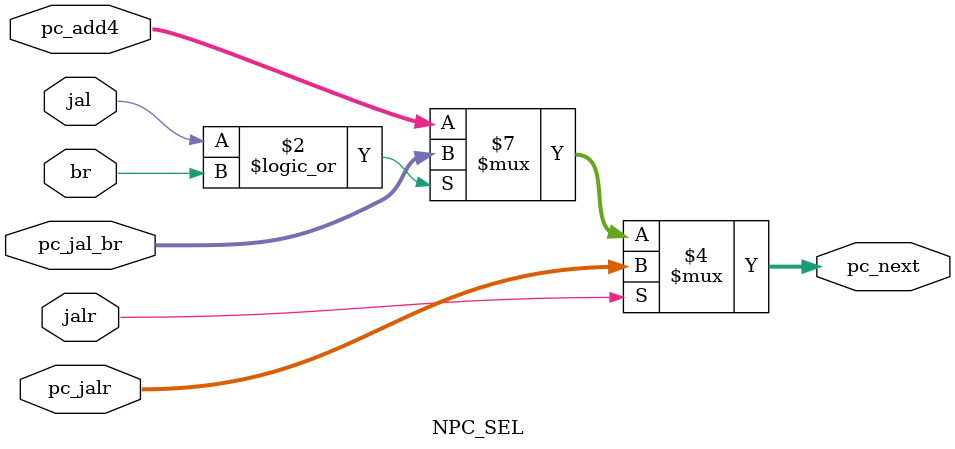
<source format=v>
module NPC_SEL (
    input [31:0] pc_add4,
    input [31:0] pc_jal_br,
    input [31:0] pc_jalr,
    input jal,
    input jalr,
    input br,
    output reg [31:0] pc_next
);
    always @(*) begin
        pc_next=pc_add4;
        if(jal||br)
            pc_next=pc_jal_br;
        if(jalr)
            pc_next=pc_jalr;
    end
endmodule
</source>
